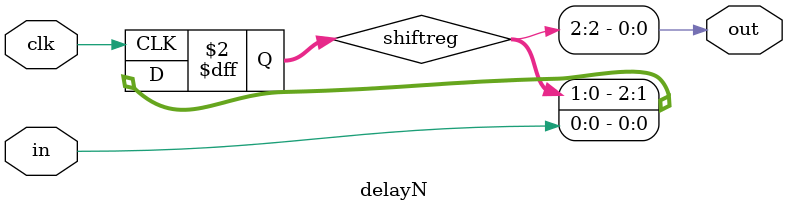
<source format=v>

module delayN(clk,in,out);
   input clk;
   input in;
   output out;

   parameter NDELAY = 3;

   reg [NDELAY-1:0] shiftreg;
   wire 	    out = shiftreg[NDELAY-1];

   always @(posedge clk)
     shiftreg <= {shiftreg[NDELAY-2:0],in};

endmodule // delayN
</source>
